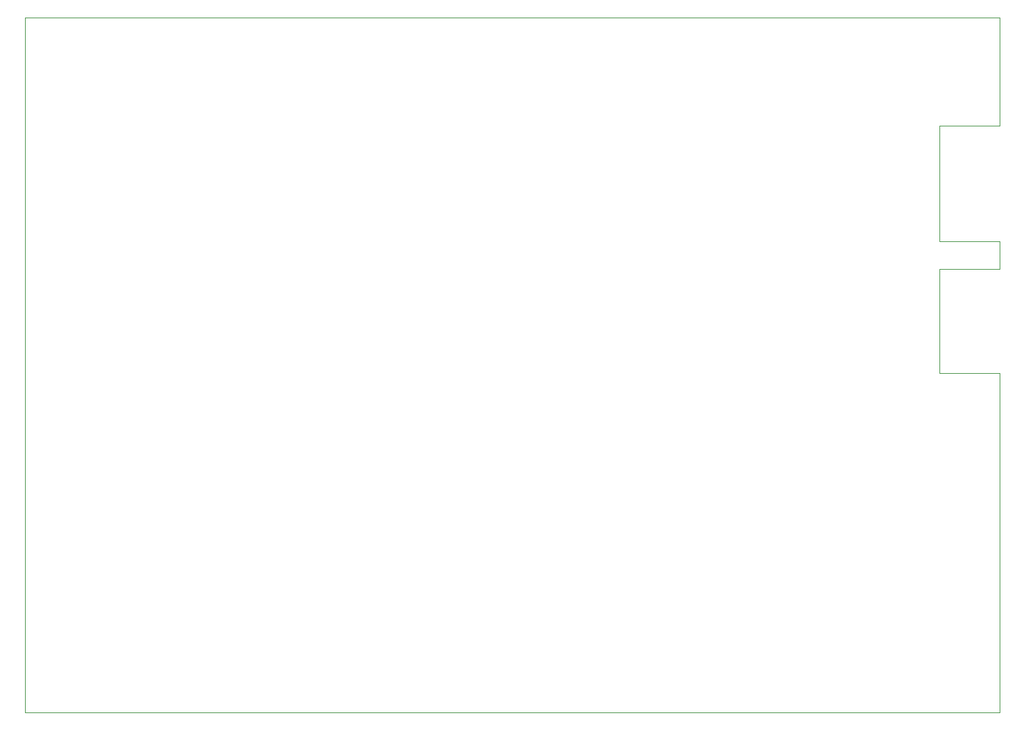
<source format=gko>
G04 #@! TF.FileFunction,Profile,NP*
%FSLAX46Y46*%
G04 Gerber Fmt 4.6, Leading zero omitted, Abs format (unit mm)*
G04 Created by KiCad (PCBNEW 4.0.6) date 09/22/17 08:59:26*
%MOMM*%
%LPD*%
G01*
G04 APERTURE LIST*
%ADD10C,0.100000*%
G04 APERTURE END LIST*
D10*
X202000000Y-63000000D02*
X202000000Y-76500000D01*
X194500000Y-76500000D02*
X202000000Y-76500000D01*
X202000000Y-94500000D02*
X202000000Y-91000000D01*
X194500000Y-91000000D02*
X202000000Y-91000000D01*
X194500000Y-76500000D02*
X194500000Y-91000000D01*
X202000000Y-107500000D02*
X202000000Y-150000000D01*
X194500000Y-107500000D02*
X202000000Y-107500000D01*
X194500000Y-94500000D02*
X194500000Y-107500000D01*
X202000000Y-94500000D02*
X194500000Y-94500000D01*
X80000000Y-63000000D02*
X80000000Y-150000000D01*
X202000000Y-63000000D02*
X80000000Y-63000000D01*
X80000000Y-150000000D02*
X202000000Y-150000000D01*
M02*

</source>
